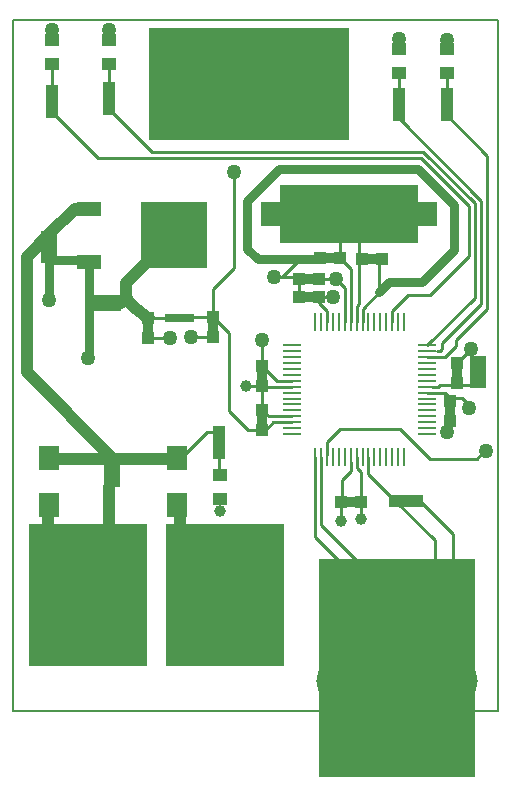
<source format=gtl>
%FSLAX25Y25*%
%MOIN*%
G70*
G01*
G75*
G04 Layer_Physical_Order=1*
G04 Layer_Color=255*
%ADD10R,0.21654X0.07874*%
%ADD11R,0.22047X0.22047*%
%ADD12R,0.07874X0.04724*%
%ADD13R,0.00866X0.05906*%
%ADD14R,0.05906X0.00866*%
%ADD15R,0.03937X0.03937*%
%ADD16R,0.03937X0.03937*%
%ADD17R,0.03740X0.02756*%
%ADD18R,0.05118X0.03937*%
%ADD19R,0.06614X0.07874*%
%ADD20R,0.02362X0.05709*%
%ADD21R,0.05709X0.02362*%
%ADD22C,0.03150*%
%ADD23C,0.01063*%
%ADD24C,0.01000*%
%ADD25C,0.00945*%
%ADD26C,0.03937*%
%ADD27R,0.46063X0.19685*%
%ADD28R,0.07087X0.03937*%
%ADD29R,0.66929X0.37402*%
%ADD30R,0.03937X0.07087*%
%ADD31R,0.39370X0.47244*%
%ADD32R,0.51968X0.72835*%
%ADD33R,0.06496X0.02756*%
%ADD34R,0.03543X0.06693*%
%ADD35R,0.08661X0.05709*%
%ADD36R,0.05709X0.08661*%
%ADD37R,0.06693X0.03543*%
%ADD38C,0.04921*%
%ADD39R,0.07874X0.07874*%
%ADD40C,0.00787*%
%ADD41C,0.07874*%
%ADD42C,0.05906*%
%ADD43C,0.13780*%
%ADD44C,0.05000*%
%ADD45C,0.03937*%
G54D10*
X511849Y165500D02*
D03*
X474447D02*
D03*
G54D11*
X434648Y158500D02*
D03*
G54D12*
X406302Y149642D02*
D03*
Y167358D02*
D03*
G54D13*
X497632Y84559D02*
D03*
X495664D02*
D03*
X493695D02*
D03*
X491727D02*
D03*
X489758D02*
D03*
X487790D02*
D03*
X485821D02*
D03*
X483853D02*
D03*
X481884D02*
D03*
X511412D02*
D03*
X509443D02*
D03*
X507475D02*
D03*
X505506D02*
D03*
X503538D02*
D03*
X501569D02*
D03*
X499601D02*
D03*
Y129441D02*
D03*
X501569D02*
D03*
X503538D02*
D03*
X505506D02*
D03*
X507475D02*
D03*
X509443D02*
D03*
X511412D02*
D03*
X481884D02*
D03*
X483853D02*
D03*
X485821D02*
D03*
X487790D02*
D03*
X489758D02*
D03*
X491727D02*
D03*
X493695D02*
D03*
X495664D02*
D03*
X497632D02*
D03*
G54D14*
X474207Y107984D02*
D03*
Y106016D02*
D03*
Y104047D02*
D03*
Y102079D02*
D03*
Y100110D02*
D03*
Y98142D02*
D03*
Y96173D02*
D03*
Y94205D02*
D03*
Y92236D02*
D03*
Y121764D02*
D03*
Y119795D02*
D03*
Y117827D02*
D03*
Y115858D02*
D03*
Y113890D02*
D03*
Y111921D02*
D03*
Y109953D02*
D03*
X519089D02*
D03*
Y111921D02*
D03*
Y113890D02*
D03*
Y115858D02*
D03*
Y117827D02*
D03*
Y119795D02*
D03*
Y121764D02*
D03*
Y92236D02*
D03*
Y94205D02*
D03*
Y96173D02*
D03*
Y98142D02*
D03*
Y100110D02*
D03*
Y102079D02*
D03*
Y104047D02*
D03*
Y106016D02*
D03*
Y107984D02*
D03*
G54D15*
X515691Y70000D02*
D03*
X508605D02*
D03*
X497302Y150500D02*
D03*
X503995D02*
D03*
X489994Y151000D02*
D03*
X483302D02*
D03*
X490302Y69500D02*
D03*
X496994D02*
D03*
X482995Y138000D02*
D03*
X476302D02*
D03*
X482995Y144000D02*
D03*
X476302D02*
D03*
G54D16*
X525648Y198457D02*
D03*
Y205543D02*
D03*
X509648Y198457D02*
D03*
Y205543D02*
D03*
X413148Y200457D02*
D03*
Y207543D02*
D03*
X394148Y199457D02*
D03*
Y206543D02*
D03*
X449648Y93043D02*
D03*
Y85957D02*
D03*
X447648Y131346D02*
D03*
Y124653D02*
D03*
X426148Y130847D02*
D03*
Y124153D02*
D03*
X529148Y109153D02*
D03*
Y115847D02*
D03*
X464148Y93654D02*
D03*
Y100347D02*
D03*
X526648Y103347D02*
D03*
Y96653D02*
D03*
X464148Y114847D02*
D03*
Y108153D02*
D03*
G54D17*
X439896Y131000D02*
D03*
X433400D02*
D03*
G54D18*
X450148Y70407D02*
D03*
Y78592D02*
D03*
X525648Y212407D02*
D03*
Y220592D02*
D03*
X509648Y212407D02*
D03*
Y220592D02*
D03*
X413148Y215407D02*
D03*
Y223592D02*
D03*
X394148Y215407D02*
D03*
Y223592D02*
D03*
G54D19*
X435648Y68626D02*
D03*
Y84374D02*
D03*
X393148Y68626D02*
D03*
Y84374D02*
D03*
G54D20*
X407317Y136000D02*
D03*
X415979D02*
D03*
G54D21*
X414148Y75669D02*
D03*
Y84331D02*
D03*
X536148Y117331D02*
D03*
Y108669D02*
D03*
X393148Y150169D02*
D03*
Y158831D02*
D03*
G54D22*
X476648Y150500D02*
X462648D01*
X482802D02*
X476648D01*
X506495Y142847D02*
X503148Y139500D01*
X502994Y139654D01*
X517494Y142847D02*
X506495D01*
X462648Y150500D02*
X459148Y154000D01*
Y170000D01*
X469753Y180605D02*
X459148Y170000D01*
X516253Y180605D02*
X469753D01*
X528148Y168709D02*
X516253Y180605D01*
X528148Y153500D02*
Y168709D01*
Y153500D02*
X517494Y142847D01*
X393148Y137000D02*
Y150169D01*
X406302Y117654D02*
X406148Y117500D01*
X405774Y150169D02*
X393148D01*
X406302Y117654D02*
Y149642D01*
G54D23*
X475802Y144500D02*
X470648D01*
X476648Y150500D02*
X470648Y144500D01*
X468148D01*
X528648Y115347D02*
Y115500D01*
X539148Y133950D02*
X528648Y123450D01*
Y121500D02*
Y123450D01*
X537085Y135437D02*
Y170000D01*
X476302Y144000D02*
X475802Y144500D01*
X413148Y224093D02*
Y227000D01*
X464317Y107984D02*
X464148Y108153D01*
X535022Y137697D02*
Y169146D01*
X519093Y117831D02*
X519089Y117827D01*
X476302Y138000D02*
Y144000D01*
X487648Y138000D02*
X482995D01*
X488648Y144000D02*
X482995D01*
X482648Y165500D02*
X474447D01*
X489994Y158153D02*
X482648Y165500D01*
X489994Y151000D02*
Y158153D01*
X496302Y150500D02*
Y156154D01*
X505648Y165500D02*
X496302Y156154D01*
X511849Y165500D02*
X505648D01*
X525648Y205543D02*
Y211407D01*
X509648Y205543D02*
Y211407D01*
X532959Y151500D02*
Y168291D01*
Y151500D02*
X519959Y138500D01*
X512648D01*
X507475Y133327D01*
Y129441D02*
Y133327D01*
X532959Y168291D02*
X517053Y184197D01*
X409408D01*
X394148Y199457D01*
X427345Y186260D02*
X413148Y200457D01*
X517908Y186260D02*
X427345D01*
X535022Y169146D02*
X517908Y186260D01*
X509648Y197437D02*
Y198457D01*
X537085Y170000D02*
X509648Y197437D01*
X539148Y184957D02*
X525648Y198457D01*
X539148Y133950D02*
Y184957D01*
X536148Y108669D02*
X536132Y108653D01*
X528648D01*
X530802Y104347D02*
X526648D01*
X496994Y63846D02*
Y69500D01*
X490302Y63153D02*
Y69500D01*
X521746Y56858D02*
X508605Y70000D01*
X496994Y69500D02*
Y79488D01*
X490648Y69846D02*
X490302Y69500D01*
X490648Y69846D02*
Y77000D01*
X520148Y84000D02*
X510148Y94000D01*
X490148D01*
X485821Y89673D01*
X449648Y79093D02*
Y85957D01*
Y93043D02*
X445817D01*
X436648Y83874D01*
X454648Y147500D02*
Y179500D01*
Y147500D02*
X447648Y140500D01*
Y131346D02*
Y140500D01*
X464148Y114847D02*
Y123500D01*
Y108153D02*
X458802D01*
X453148Y125847D02*
X447648Y131346D01*
X453148Y100000D02*
Y125847D01*
X459494Y93654D02*
X453148Y100000D01*
X464148Y100347D02*
Y108153D01*
Y93654D02*
X459494D01*
X447648Y124653D02*
X440302D01*
X433495Y124153D02*
X426148D01*
X447648Y131346D02*
X440243D01*
X433400Y131000D02*
X426302D01*
X538648Y86500D02*
X536648D01*
X537398Y85750D02*
X536648Y86500D01*
X537398Y85750D02*
X535648Y84000D01*
X520148D01*
X533148Y102000D02*
X530802Y104347D01*
X533148Y101000D02*
Y102000D01*
X527648Y44000D02*
X518609Y34961D01*
X516727D01*
X527648Y44000D02*
Y59000D01*
X516648Y70000D01*
X515691D01*
X521746Y45000D02*
Y56858D01*
X501668Y45000D02*
X500648D01*
X486898Y58750D01*
X483853Y61795D02*
Y84559D01*
X486898Y58750D02*
X483853Y61795D01*
X506687Y34961D02*
X504687D01*
X481731Y57917D01*
X525648Y219592D02*
Y220592D01*
Y223500D01*
X533648Y120500D02*
X528648Y115500D01*
X502994Y139654D02*
Y150500D01*
G54D24*
X528648Y121500D02*
X524979Y117831D01*
X519093D01*
X524148Y120625D02*
Y122500D01*
Y120625D02*
X523378Y119855D01*
X522321D01*
X537085Y135437D02*
X524148Y122500D01*
X535022Y137697D02*
X519237Y121911D01*
X495699Y84524D02*
X495664Y84559D01*
X495699Y80783D02*
Y84524D01*
X496994Y79488D02*
X495699Y80783D01*
X485821Y129441D02*
Y133182D01*
X482995Y136008D01*
X495632Y129441D02*
Y134813D01*
X496302Y135482D02*
X495632Y134813D01*
X496302Y135482D02*
Y150500D01*
X497632Y129441D02*
Y133984D01*
X503148Y139500D02*
X497632Y133984D01*
X474207Y109984D02*
X469010D01*
X464148Y114847D01*
X474207Y107984D02*
X464317D01*
X474207Y96142D02*
X474203Y96138D01*
X466353Y98142D02*
X464148Y100347D01*
X474207Y98142D02*
X466353D01*
X522704Y108016D02*
X520912D01*
X523342Y108653D02*
X522704Y108016D01*
X528648Y108653D02*
X523342D01*
X524979Y106016D02*
X519089D01*
X482995Y136008D02*
Y138000D01*
X526648Y104347D02*
X524979Y106016D01*
X499601Y79004D02*
Y84559D01*
X508605Y70000D02*
X499601Y79004D01*
X485821Y85114D02*
Y89673D01*
X406302Y149642D02*
X405774Y150169D01*
X414148Y75669D02*
X413148Y74669D01*
X414148Y54185D02*
X413148Y53185D01*
Y207543D02*
Y215908D01*
X394148Y206543D02*
Y215908D01*
X481731Y57917D02*
Y84559D01*
X474203Y96138D02*
X467786D01*
X465302Y93654D01*
X464148D01*
G54D25*
X493648Y80000D02*
Y83000D01*
Y80000D02*
X490648Y77000D01*
X491715Y129441D02*
X491664Y129492D01*
Y138484D01*
X491648Y138500D01*
Y141000D01*
X488648Y144000D01*
X493660Y129441D02*
Y147138D01*
X493758Y147236D02*
X493660Y147138D01*
X493758Y147236D02*
X489994Y151000D01*
G54D26*
X436648Y83874D02*
X392648D01*
X426302Y131000D02*
X426148Y130847D01*
X406302Y167358D02*
X401676D01*
X393148Y158831D01*
X385648Y112831D02*
Y151331D01*
X393148Y158831D02*
X385648Y151331D01*
X414148Y84331D02*
X385648Y112831D01*
X444869Y33500D02*
X436648Y41721D01*
Y68126D01*
X399369Y33500D02*
X392648Y40220D01*
Y68126D01*
X413148Y53185D02*
Y74669D01*
X434648Y154669D02*
Y158500D01*
X426148Y130847D02*
X421816Y134178D01*
X434648Y154669D02*
X429981Y150002D01*
X426150D01*
X418648Y142500D01*
X421816Y134178D02*
X418663Y137332D01*
X418648Y137500D02*
X417148Y136000D01*
X418648Y137500D02*
Y142500D01*
G54D27*
X493148Y165500D02*
D03*
G54D28*
X512148Y70000D02*
D03*
G54D29*
X459648Y208972D02*
D03*
G54D30*
X525648Y202000D02*
D03*
X509648D02*
D03*
X413148Y204000D02*
D03*
X394148Y203000D02*
D03*
X449648Y89500D02*
D03*
G54D31*
X451758Y38618D02*
D03*
X406258D02*
D03*
G54D32*
X509246Y14291D02*
D03*
G54D33*
X436648Y131000D02*
D03*
G54D34*
X447648Y128000D02*
D03*
X426148Y127500D02*
D03*
X529148Y112500D02*
D03*
X464148Y97000D02*
D03*
X526648Y100000D02*
D03*
X464148Y111500D02*
D03*
G54D35*
X411648Y136000D02*
D03*
G54D36*
X414148Y80000D02*
D03*
X536148Y113000D02*
D03*
X393148Y154500D02*
D03*
G54D37*
X500648Y150500D02*
D03*
X486648Y151000D02*
D03*
X493648Y69500D02*
D03*
X479648Y138000D02*
D03*
Y144000D02*
D03*
G54D38*
X440940Y213619D02*
X440367Y214398D01*
X439404Y214310D01*
X438981Y213440D01*
X439506Y212628D01*
X440472Y212658D01*
X440947Y213500D01*
X460625Y213619D02*
X460052Y214398D01*
X459089Y214310D01*
X458666Y213440D01*
X459191Y212628D01*
X460157Y212658D01*
X460632Y213500D01*
X480310Y213619D02*
X479737Y214398D01*
X478774Y214310D01*
X478351Y213440D01*
X478876Y212628D01*
X479842Y212658D01*
X480317Y213500D01*
X457671Y53066D02*
X458245Y52287D01*
X459207Y52375D01*
X459630Y53245D01*
X459105Y54057D01*
X458139Y54027D01*
X457664Y53185D01*
X412171Y53066D02*
X412745Y52287D01*
X413707Y52375D01*
X414130Y53245D01*
X413605Y54057D01*
X412639Y54027D01*
X412164Y53185D01*
X496767Y33984D02*
X497546Y34557D01*
X497458Y35520D01*
X496588Y35943D01*
X495777Y35418D01*
X495806Y34451D01*
X496648Y33976D01*
X501787Y44023D02*
X502565Y44596D01*
X502478Y45559D01*
X501608Y45982D01*
X500796Y45457D01*
X500826Y44491D01*
X501668Y44016D01*
X506807Y33984D02*
X507585Y34557D01*
X507497Y35520D01*
X506628Y35943D01*
X505816Y35418D01*
X505845Y34451D01*
X506687Y33976D01*
X511826Y44023D02*
X512605Y44596D01*
X512517Y45559D01*
X511648Y45982D01*
X510836Y45457D01*
X510865Y44491D01*
X511707Y44016D01*
X516846Y33984D02*
X517625Y34557D01*
X517537Y35520D01*
X516667Y35943D01*
X515855Y35418D01*
X515885Y34451D01*
X516727Y33976D01*
X521866Y44023D02*
X522644Y44596D01*
X522556Y45559D01*
X521687Y45982D01*
X520875Y45457D01*
X520904Y44491D01*
X521746Y44016D01*
G54D39*
X444869Y33500D02*
D03*
X399369D02*
D03*
G54D40*
X542648Y0D02*
X381231D01*
X542648Y230315D02*
X381231D01*
X542648Y0D02*
Y230315D01*
X381231Y0D02*
Y230315D01*
G54D41*
X439963Y213500D02*
D03*
X479333D02*
D03*
X459648D02*
D03*
X458648Y53185D02*
D03*
X444869Y33500D02*
D03*
X413148Y53185D02*
D03*
X399369Y33500D02*
D03*
G54D42*
X496648Y34961D02*
D03*
X501668Y45000D02*
D03*
X506687Y34961D02*
D03*
X511707Y45000D02*
D03*
X516727Y34961D02*
D03*
X521746Y45000D02*
D03*
G54D43*
X489266Y9961D02*
D03*
X529227D02*
D03*
G54D44*
X525648Y93000D02*
D03*
X533648Y120500D02*
D03*
X468148Y144500D02*
D03*
X394148Y227000D02*
D03*
X413148D02*
D03*
X525648Y223500D02*
D03*
X509648Y224000D02*
D03*
X487648Y138000D02*
D03*
X488648Y144000D02*
D03*
X479333Y213500D02*
D03*
X459648D02*
D03*
X454648Y179500D02*
D03*
X464148Y123500D02*
D03*
X393148Y137000D02*
D03*
X440302Y124653D02*
D03*
X433495Y124153D02*
D03*
X406148Y117500D02*
D03*
X538648Y86500D02*
D03*
X533148Y101000D02*
D03*
X418648Y137500D02*
D03*
G54D45*
X490302Y63153D02*
D03*
X496994Y63846D02*
D03*
X450148Y66500D02*
D03*
X458802Y108153D02*
D03*
M02*

</source>
